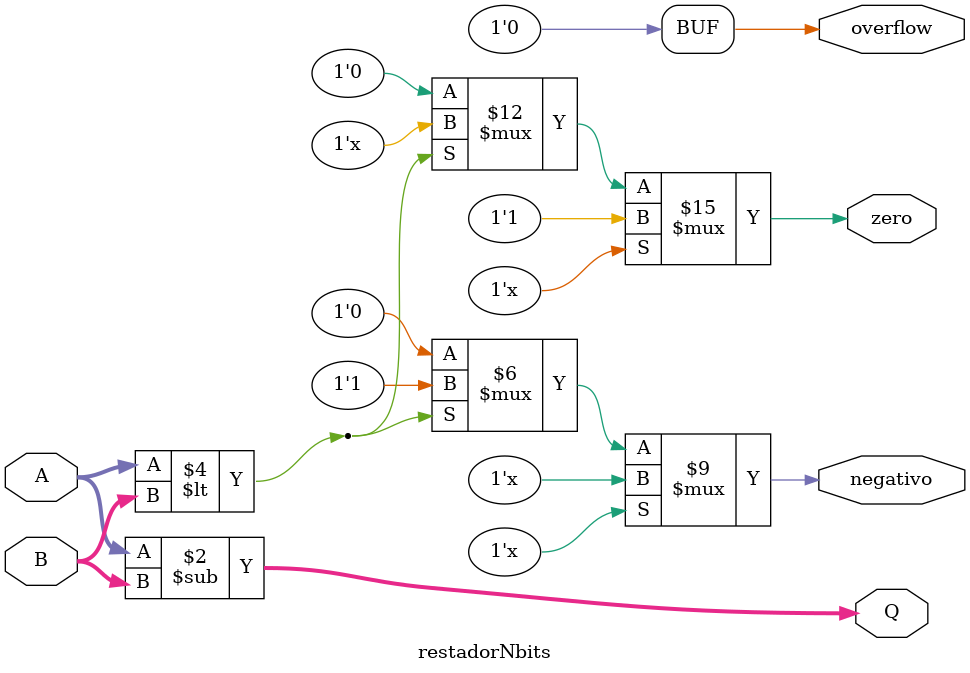
<source format=sv>
module restadorNbits #(parameter N = 32)
			(input logic [N-1:0] A,
			 input logic [N-1:0] B,
			 output logic [N-1:0] Q,
			 output logic negativo,
			 output logic zero,
			 output logic overflow);
			 always @*
			 begin
				Q <= A-B;
				overflow <= 0;
			
				if(Q == 0)begin 
					zero <= 1;
				end
				else if(A<B)begin
					negativo <= 1;
				end
				else begin 						
					zero <= 0;
					negativo <= 0;
				end
			end			
endmodule 
</source>
